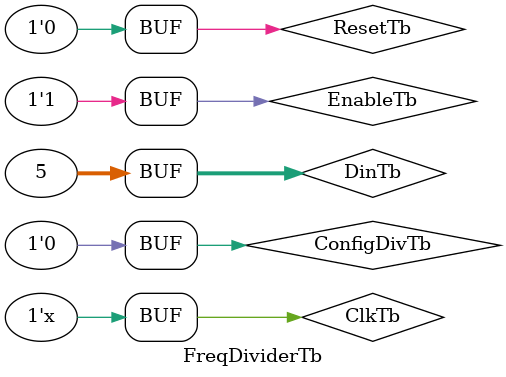
<source format=v>
`timescale 1ns/1ps 

module FreqDividerTb();

    reg ResetTb;
    reg ClkTb;

    reg[31:0] DinTb;
    reg ConfigDivTb;
    reg EnableTb;

    wire ClkOutputTb;

    FreqDivider FreqDividerInst(.Reset(ResetTb),
                                .Clk(ClkTb),
                                .Din(DinTb),
                                .ConfigDiv(ConfigDivTb),
                                .Enable(EnableTb),
                                .ClkOutput(ClkOutputTb));

    initial begin
        ResetTb = 1;
        ClkTb = 0;
        DinTb = 32'h0;
        ConfigDivTb =  0;
        EnableTb = 0;

        #23;
        ResetTb = 0;
        EnableTb = 1;
        #35

        EnableTb = 0;
        ConfigDivTb = 1;
        DinTb = 5;
        #10
        EnableTb = 1;
        ConfigDivTb = 0;
    end

    always #5 ClkTb <= ~ClkTb;
endmodule
</source>
